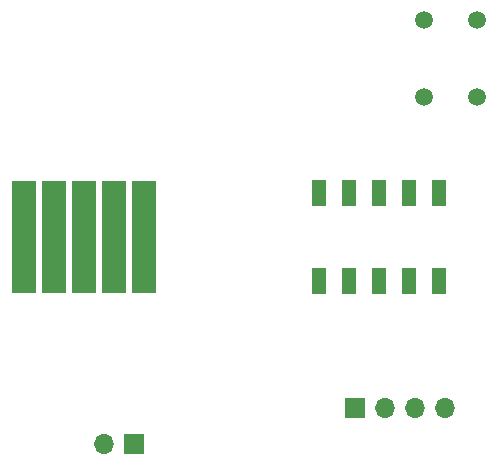
<source format=gbr>
%TF.GenerationSoftware,KiCad,Pcbnew,5.1.10-88a1d61d58~88~ubuntu20.04.1*%
%TF.CreationDate,2021-10-09T14:41:35+11:00*%
%TF.ProjectId,reva,72657661-2e6b-4696-9361-645f70636258,rev?*%
%TF.SameCoordinates,Original*%
%TF.FileFunction,Soldermask,Bot*%
%TF.FilePolarity,Negative*%
%FSLAX46Y46*%
G04 Gerber Fmt 4.6, Leading zero omitted, Abs format (unit mm)*
G04 Created by KiCad (PCBNEW 5.1.10-88a1d61d58~88~ubuntu20.04.1) date 2021-10-09 14:41:35*
%MOMM*%
%LPD*%
G01*
G04 APERTURE LIST*
%ADD10C,1.500000*%
%ADD11R,2.000000X9.500000*%
%ADD12O,1.700000X1.700000*%
%ADD13R,1.700000X1.700000*%
%ADD14R,1.270000X2.260000*%
G04 APERTURE END LIST*
D10*
%TO.C,S1*%
X171300000Y-86600000D03*
X175800000Y-86600000D03*
X175800000Y-93100000D03*
X171300000Y-93100000D03*
%TD*%
D11*
%TO.C,J2*%
X147580000Y-105000000D03*
X145040000Y-105000000D03*
X142500000Y-105000000D03*
X139960000Y-105000000D03*
X137420000Y-105000000D03*
%TD*%
D12*
%TO.C,J4*%
X144210000Y-122500000D03*
D13*
X146750000Y-122500000D03*
%TD*%
D12*
%TO.C,J3*%
X173120000Y-119500000D03*
X170580000Y-119500000D03*
X168040000Y-119500000D03*
D13*
X165500000Y-119500000D03*
%TD*%
D14*
%TO.C,J1*%
X172580000Y-108720000D03*
X170040000Y-108720000D03*
X167500000Y-108720000D03*
X164960000Y-108720000D03*
X162420000Y-108720000D03*
X172580000Y-101280000D03*
X170040000Y-101280000D03*
X167500000Y-101280000D03*
X164960000Y-101280000D03*
X162420000Y-101280000D03*
%TD*%
M02*

</source>
